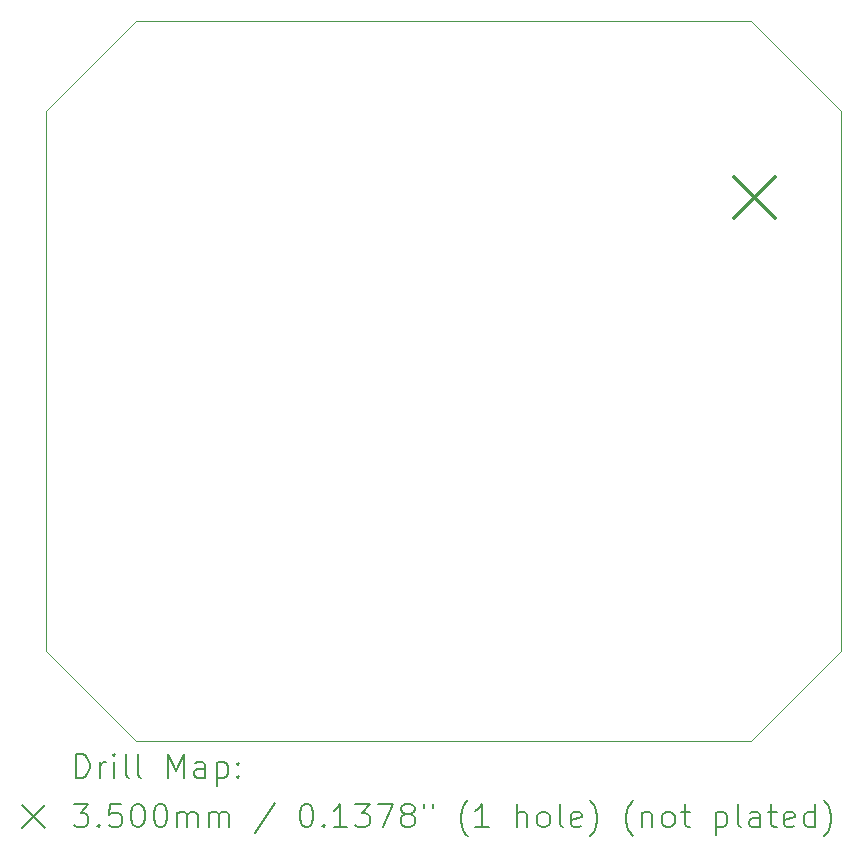
<source format=gbr>
%TF.GenerationSoftware,KiCad,Pcbnew,9.0.6*%
%TF.CreationDate,2026-02-26T15:07:23-08:00*%
%TF.ProjectId,mic_preamp_v1,6d69635f-7072-4656-916d-705f76312e6b,rev?*%
%TF.SameCoordinates,Original*%
%TF.FileFunction,Drillmap*%
%TF.FilePolarity,Positive*%
%FSLAX45Y45*%
G04 Gerber Fmt 4.5, Leading zero omitted, Abs format (unit mm)*
G04 Created by KiCad (PCBNEW 9.0.6) date 2026-02-26 15:07:23*
%MOMM*%
%LPD*%
G01*
G04 APERTURE LIST*
%ADD10C,0.050000*%
%ADD11C,0.200000*%
%ADD12C,0.350000*%
G04 APERTURE END LIST*
D10*
X13004800Y-6604000D02*
X12242800Y-7366000D01*
X18973800Y-8915400D02*
X18973800Y-7366000D01*
X12242800Y-10439400D02*
X12242800Y-11938000D01*
X18211800Y-6604000D02*
X18973800Y-7366000D01*
X18973800Y-10312400D02*
X18973800Y-11938000D01*
X18211800Y-12700000D02*
X13004800Y-12700000D01*
X13004800Y-12700000D02*
X12242800Y-11938000D01*
X13004800Y-6604000D02*
X18211800Y-6604000D01*
X12242800Y-8864600D02*
X12242800Y-7366000D01*
X18211800Y-12699973D02*
X18973800Y-11938000D01*
X12242800Y-8864600D02*
X12242800Y-10439400D01*
X18973800Y-10312400D02*
X18973800Y-8915400D01*
D11*
D12*
X18067400Y-7927600D02*
X18417400Y-8277600D01*
X18417400Y-7927600D02*
X18067400Y-8277600D01*
D11*
X12501077Y-13013984D02*
X12501077Y-12813984D01*
X12501077Y-12813984D02*
X12548696Y-12813984D01*
X12548696Y-12813984D02*
X12577267Y-12823508D01*
X12577267Y-12823508D02*
X12596315Y-12842555D01*
X12596315Y-12842555D02*
X12605839Y-12861603D01*
X12605839Y-12861603D02*
X12615362Y-12899698D01*
X12615362Y-12899698D02*
X12615362Y-12928269D01*
X12615362Y-12928269D02*
X12605839Y-12966365D01*
X12605839Y-12966365D02*
X12596315Y-12985412D01*
X12596315Y-12985412D02*
X12577267Y-13004460D01*
X12577267Y-13004460D02*
X12548696Y-13013984D01*
X12548696Y-13013984D02*
X12501077Y-13013984D01*
X12701077Y-13013984D02*
X12701077Y-12880650D01*
X12701077Y-12918746D02*
X12710601Y-12899698D01*
X12710601Y-12899698D02*
X12720124Y-12890174D01*
X12720124Y-12890174D02*
X12739172Y-12880650D01*
X12739172Y-12880650D02*
X12758220Y-12880650D01*
X12824886Y-13013984D02*
X12824886Y-12880650D01*
X12824886Y-12813984D02*
X12815362Y-12823508D01*
X12815362Y-12823508D02*
X12824886Y-12833031D01*
X12824886Y-12833031D02*
X12834410Y-12823508D01*
X12834410Y-12823508D02*
X12824886Y-12813984D01*
X12824886Y-12813984D02*
X12824886Y-12833031D01*
X12948696Y-13013984D02*
X12929648Y-13004460D01*
X12929648Y-13004460D02*
X12920124Y-12985412D01*
X12920124Y-12985412D02*
X12920124Y-12813984D01*
X13053458Y-13013984D02*
X13034410Y-13004460D01*
X13034410Y-13004460D02*
X13024886Y-12985412D01*
X13024886Y-12985412D02*
X13024886Y-12813984D01*
X13282029Y-13013984D02*
X13282029Y-12813984D01*
X13282029Y-12813984D02*
X13348696Y-12956841D01*
X13348696Y-12956841D02*
X13415362Y-12813984D01*
X13415362Y-12813984D02*
X13415362Y-13013984D01*
X13596315Y-13013984D02*
X13596315Y-12909222D01*
X13596315Y-12909222D02*
X13586791Y-12890174D01*
X13586791Y-12890174D02*
X13567743Y-12880650D01*
X13567743Y-12880650D02*
X13529648Y-12880650D01*
X13529648Y-12880650D02*
X13510601Y-12890174D01*
X13596315Y-13004460D02*
X13577267Y-13013984D01*
X13577267Y-13013984D02*
X13529648Y-13013984D01*
X13529648Y-13013984D02*
X13510601Y-13004460D01*
X13510601Y-13004460D02*
X13501077Y-12985412D01*
X13501077Y-12985412D02*
X13501077Y-12966365D01*
X13501077Y-12966365D02*
X13510601Y-12947317D01*
X13510601Y-12947317D02*
X13529648Y-12937793D01*
X13529648Y-12937793D02*
X13577267Y-12937793D01*
X13577267Y-12937793D02*
X13596315Y-12928269D01*
X13691553Y-12880650D02*
X13691553Y-13080650D01*
X13691553Y-12890174D02*
X13710601Y-12880650D01*
X13710601Y-12880650D02*
X13748696Y-12880650D01*
X13748696Y-12880650D02*
X13767743Y-12890174D01*
X13767743Y-12890174D02*
X13777267Y-12899698D01*
X13777267Y-12899698D02*
X13786791Y-12918746D01*
X13786791Y-12918746D02*
X13786791Y-12975888D01*
X13786791Y-12975888D02*
X13777267Y-12994936D01*
X13777267Y-12994936D02*
X13767743Y-13004460D01*
X13767743Y-13004460D02*
X13748696Y-13013984D01*
X13748696Y-13013984D02*
X13710601Y-13013984D01*
X13710601Y-13013984D02*
X13691553Y-13004460D01*
X13872505Y-12994936D02*
X13882029Y-13004460D01*
X13882029Y-13004460D02*
X13872505Y-13013984D01*
X13872505Y-13013984D02*
X13862982Y-13004460D01*
X13862982Y-13004460D02*
X13872505Y-12994936D01*
X13872505Y-12994936D02*
X13872505Y-13013984D01*
X13872505Y-12890174D02*
X13882029Y-12899698D01*
X13882029Y-12899698D02*
X13872505Y-12909222D01*
X13872505Y-12909222D02*
X13862982Y-12899698D01*
X13862982Y-12899698D02*
X13872505Y-12890174D01*
X13872505Y-12890174D02*
X13872505Y-12909222D01*
X12040300Y-13242500D02*
X12240300Y-13442500D01*
X12240300Y-13242500D02*
X12040300Y-13442500D01*
X12482029Y-13233984D02*
X12605839Y-13233984D01*
X12605839Y-13233984D02*
X12539172Y-13310174D01*
X12539172Y-13310174D02*
X12567743Y-13310174D01*
X12567743Y-13310174D02*
X12586791Y-13319698D01*
X12586791Y-13319698D02*
X12596315Y-13329222D01*
X12596315Y-13329222D02*
X12605839Y-13348269D01*
X12605839Y-13348269D02*
X12605839Y-13395888D01*
X12605839Y-13395888D02*
X12596315Y-13414936D01*
X12596315Y-13414936D02*
X12586791Y-13424460D01*
X12586791Y-13424460D02*
X12567743Y-13433984D01*
X12567743Y-13433984D02*
X12510601Y-13433984D01*
X12510601Y-13433984D02*
X12491553Y-13424460D01*
X12491553Y-13424460D02*
X12482029Y-13414936D01*
X12691553Y-13414936D02*
X12701077Y-13424460D01*
X12701077Y-13424460D02*
X12691553Y-13433984D01*
X12691553Y-13433984D02*
X12682029Y-13424460D01*
X12682029Y-13424460D02*
X12691553Y-13414936D01*
X12691553Y-13414936D02*
X12691553Y-13433984D01*
X12882029Y-13233984D02*
X12786791Y-13233984D01*
X12786791Y-13233984D02*
X12777267Y-13329222D01*
X12777267Y-13329222D02*
X12786791Y-13319698D01*
X12786791Y-13319698D02*
X12805839Y-13310174D01*
X12805839Y-13310174D02*
X12853458Y-13310174D01*
X12853458Y-13310174D02*
X12872505Y-13319698D01*
X12872505Y-13319698D02*
X12882029Y-13329222D01*
X12882029Y-13329222D02*
X12891553Y-13348269D01*
X12891553Y-13348269D02*
X12891553Y-13395888D01*
X12891553Y-13395888D02*
X12882029Y-13414936D01*
X12882029Y-13414936D02*
X12872505Y-13424460D01*
X12872505Y-13424460D02*
X12853458Y-13433984D01*
X12853458Y-13433984D02*
X12805839Y-13433984D01*
X12805839Y-13433984D02*
X12786791Y-13424460D01*
X12786791Y-13424460D02*
X12777267Y-13414936D01*
X13015362Y-13233984D02*
X13034410Y-13233984D01*
X13034410Y-13233984D02*
X13053458Y-13243508D01*
X13053458Y-13243508D02*
X13062982Y-13253031D01*
X13062982Y-13253031D02*
X13072505Y-13272079D01*
X13072505Y-13272079D02*
X13082029Y-13310174D01*
X13082029Y-13310174D02*
X13082029Y-13357793D01*
X13082029Y-13357793D02*
X13072505Y-13395888D01*
X13072505Y-13395888D02*
X13062982Y-13414936D01*
X13062982Y-13414936D02*
X13053458Y-13424460D01*
X13053458Y-13424460D02*
X13034410Y-13433984D01*
X13034410Y-13433984D02*
X13015362Y-13433984D01*
X13015362Y-13433984D02*
X12996315Y-13424460D01*
X12996315Y-13424460D02*
X12986791Y-13414936D01*
X12986791Y-13414936D02*
X12977267Y-13395888D01*
X12977267Y-13395888D02*
X12967743Y-13357793D01*
X12967743Y-13357793D02*
X12967743Y-13310174D01*
X12967743Y-13310174D02*
X12977267Y-13272079D01*
X12977267Y-13272079D02*
X12986791Y-13253031D01*
X12986791Y-13253031D02*
X12996315Y-13243508D01*
X12996315Y-13243508D02*
X13015362Y-13233984D01*
X13205839Y-13233984D02*
X13224886Y-13233984D01*
X13224886Y-13233984D02*
X13243934Y-13243508D01*
X13243934Y-13243508D02*
X13253458Y-13253031D01*
X13253458Y-13253031D02*
X13262982Y-13272079D01*
X13262982Y-13272079D02*
X13272505Y-13310174D01*
X13272505Y-13310174D02*
X13272505Y-13357793D01*
X13272505Y-13357793D02*
X13262982Y-13395888D01*
X13262982Y-13395888D02*
X13253458Y-13414936D01*
X13253458Y-13414936D02*
X13243934Y-13424460D01*
X13243934Y-13424460D02*
X13224886Y-13433984D01*
X13224886Y-13433984D02*
X13205839Y-13433984D01*
X13205839Y-13433984D02*
X13186791Y-13424460D01*
X13186791Y-13424460D02*
X13177267Y-13414936D01*
X13177267Y-13414936D02*
X13167743Y-13395888D01*
X13167743Y-13395888D02*
X13158220Y-13357793D01*
X13158220Y-13357793D02*
X13158220Y-13310174D01*
X13158220Y-13310174D02*
X13167743Y-13272079D01*
X13167743Y-13272079D02*
X13177267Y-13253031D01*
X13177267Y-13253031D02*
X13186791Y-13243508D01*
X13186791Y-13243508D02*
X13205839Y-13233984D01*
X13358220Y-13433984D02*
X13358220Y-13300650D01*
X13358220Y-13319698D02*
X13367743Y-13310174D01*
X13367743Y-13310174D02*
X13386791Y-13300650D01*
X13386791Y-13300650D02*
X13415363Y-13300650D01*
X13415363Y-13300650D02*
X13434410Y-13310174D01*
X13434410Y-13310174D02*
X13443934Y-13329222D01*
X13443934Y-13329222D02*
X13443934Y-13433984D01*
X13443934Y-13329222D02*
X13453458Y-13310174D01*
X13453458Y-13310174D02*
X13472505Y-13300650D01*
X13472505Y-13300650D02*
X13501077Y-13300650D01*
X13501077Y-13300650D02*
X13520124Y-13310174D01*
X13520124Y-13310174D02*
X13529648Y-13329222D01*
X13529648Y-13329222D02*
X13529648Y-13433984D01*
X13624886Y-13433984D02*
X13624886Y-13300650D01*
X13624886Y-13319698D02*
X13634410Y-13310174D01*
X13634410Y-13310174D02*
X13653458Y-13300650D01*
X13653458Y-13300650D02*
X13682029Y-13300650D01*
X13682029Y-13300650D02*
X13701077Y-13310174D01*
X13701077Y-13310174D02*
X13710601Y-13329222D01*
X13710601Y-13329222D02*
X13710601Y-13433984D01*
X13710601Y-13329222D02*
X13720124Y-13310174D01*
X13720124Y-13310174D02*
X13739172Y-13300650D01*
X13739172Y-13300650D02*
X13767743Y-13300650D01*
X13767743Y-13300650D02*
X13786791Y-13310174D01*
X13786791Y-13310174D02*
X13796315Y-13329222D01*
X13796315Y-13329222D02*
X13796315Y-13433984D01*
X14186791Y-13224460D02*
X14015363Y-13481603D01*
X14443934Y-13233984D02*
X14462982Y-13233984D01*
X14462982Y-13233984D02*
X14482029Y-13243508D01*
X14482029Y-13243508D02*
X14491553Y-13253031D01*
X14491553Y-13253031D02*
X14501077Y-13272079D01*
X14501077Y-13272079D02*
X14510601Y-13310174D01*
X14510601Y-13310174D02*
X14510601Y-13357793D01*
X14510601Y-13357793D02*
X14501077Y-13395888D01*
X14501077Y-13395888D02*
X14491553Y-13414936D01*
X14491553Y-13414936D02*
X14482029Y-13424460D01*
X14482029Y-13424460D02*
X14462982Y-13433984D01*
X14462982Y-13433984D02*
X14443934Y-13433984D01*
X14443934Y-13433984D02*
X14424886Y-13424460D01*
X14424886Y-13424460D02*
X14415363Y-13414936D01*
X14415363Y-13414936D02*
X14405839Y-13395888D01*
X14405839Y-13395888D02*
X14396315Y-13357793D01*
X14396315Y-13357793D02*
X14396315Y-13310174D01*
X14396315Y-13310174D02*
X14405839Y-13272079D01*
X14405839Y-13272079D02*
X14415363Y-13253031D01*
X14415363Y-13253031D02*
X14424886Y-13243508D01*
X14424886Y-13243508D02*
X14443934Y-13233984D01*
X14596315Y-13414936D02*
X14605839Y-13424460D01*
X14605839Y-13424460D02*
X14596315Y-13433984D01*
X14596315Y-13433984D02*
X14586791Y-13424460D01*
X14586791Y-13424460D02*
X14596315Y-13414936D01*
X14596315Y-13414936D02*
X14596315Y-13433984D01*
X14796315Y-13433984D02*
X14682029Y-13433984D01*
X14739172Y-13433984D02*
X14739172Y-13233984D01*
X14739172Y-13233984D02*
X14720125Y-13262555D01*
X14720125Y-13262555D02*
X14701077Y-13281603D01*
X14701077Y-13281603D02*
X14682029Y-13291127D01*
X14862982Y-13233984D02*
X14986791Y-13233984D01*
X14986791Y-13233984D02*
X14920125Y-13310174D01*
X14920125Y-13310174D02*
X14948696Y-13310174D01*
X14948696Y-13310174D02*
X14967744Y-13319698D01*
X14967744Y-13319698D02*
X14977267Y-13329222D01*
X14977267Y-13329222D02*
X14986791Y-13348269D01*
X14986791Y-13348269D02*
X14986791Y-13395888D01*
X14986791Y-13395888D02*
X14977267Y-13414936D01*
X14977267Y-13414936D02*
X14967744Y-13424460D01*
X14967744Y-13424460D02*
X14948696Y-13433984D01*
X14948696Y-13433984D02*
X14891553Y-13433984D01*
X14891553Y-13433984D02*
X14872506Y-13424460D01*
X14872506Y-13424460D02*
X14862982Y-13414936D01*
X15053458Y-13233984D02*
X15186791Y-13233984D01*
X15186791Y-13233984D02*
X15101077Y-13433984D01*
X15291553Y-13319698D02*
X15272506Y-13310174D01*
X15272506Y-13310174D02*
X15262982Y-13300650D01*
X15262982Y-13300650D02*
X15253458Y-13281603D01*
X15253458Y-13281603D02*
X15253458Y-13272079D01*
X15253458Y-13272079D02*
X15262982Y-13253031D01*
X15262982Y-13253031D02*
X15272506Y-13243508D01*
X15272506Y-13243508D02*
X15291553Y-13233984D01*
X15291553Y-13233984D02*
X15329648Y-13233984D01*
X15329648Y-13233984D02*
X15348696Y-13243508D01*
X15348696Y-13243508D02*
X15358220Y-13253031D01*
X15358220Y-13253031D02*
X15367744Y-13272079D01*
X15367744Y-13272079D02*
X15367744Y-13281603D01*
X15367744Y-13281603D02*
X15358220Y-13300650D01*
X15358220Y-13300650D02*
X15348696Y-13310174D01*
X15348696Y-13310174D02*
X15329648Y-13319698D01*
X15329648Y-13319698D02*
X15291553Y-13319698D01*
X15291553Y-13319698D02*
X15272506Y-13329222D01*
X15272506Y-13329222D02*
X15262982Y-13338746D01*
X15262982Y-13338746D02*
X15253458Y-13357793D01*
X15253458Y-13357793D02*
X15253458Y-13395888D01*
X15253458Y-13395888D02*
X15262982Y-13414936D01*
X15262982Y-13414936D02*
X15272506Y-13424460D01*
X15272506Y-13424460D02*
X15291553Y-13433984D01*
X15291553Y-13433984D02*
X15329648Y-13433984D01*
X15329648Y-13433984D02*
X15348696Y-13424460D01*
X15348696Y-13424460D02*
X15358220Y-13414936D01*
X15358220Y-13414936D02*
X15367744Y-13395888D01*
X15367744Y-13395888D02*
X15367744Y-13357793D01*
X15367744Y-13357793D02*
X15358220Y-13338746D01*
X15358220Y-13338746D02*
X15348696Y-13329222D01*
X15348696Y-13329222D02*
X15329648Y-13319698D01*
X15443934Y-13233984D02*
X15443934Y-13272079D01*
X15520125Y-13233984D02*
X15520125Y-13272079D01*
X15815363Y-13510174D02*
X15805839Y-13500650D01*
X15805839Y-13500650D02*
X15786791Y-13472079D01*
X15786791Y-13472079D02*
X15777268Y-13453031D01*
X15777268Y-13453031D02*
X15767744Y-13424460D01*
X15767744Y-13424460D02*
X15758220Y-13376841D01*
X15758220Y-13376841D02*
X15758220Y-13338746D01*
X15758220Y-13338746D02*
X15767744Y-13291127D01*
X15767744Y-13291127D02*
X15777268Y-13262555D01*
X15777268Y-13262555D02*
X15786791Y-13243508D01*
X15786791Y-13243508D02*
X15805839Y-13214936D01*
X15805839Y-13214936D02*
X15815363Y-13205412D01*
X15996315Y-13433984D02*
X15882029Y-13433984D01*
X15939172Y-13433984D02*
X15939172Y-13233984D01*
X15939172Y-13233984D02*
X15920125Y-13262555D01*
X15920125Y-13262555D02*
X15901077Y-13281603D01*
X15901077Y-13281603D02*
X15882029Y-13291127D01*
X16234410Y-13433984D02*
X16234410Y-13233984D01*
X16320125Y-13433984D02*
X16320125Y-13329222D01*
X16320125Y-13329222D02*
X16310601Y-13310174D01*
X16310601Y-13310174D02*
X16291553Y-13300650D01*
X16291553Y-13300650D02*
X16262982Y-13300650D01*
X16262982Y-13300650D02*
X16243934Y-13310174D01*
X16243934Y-13310174D02*
X16234410Y-13319698D01*
X16443934Y-13433984D02*
X16424887Y-13424460D01*
X16424887Y-13424460D02*
X16415363Y-13414936D01*
X16415363Y-13414936D02*
X16405839Y-13395888D01*
X16405839Y-13395888D02*
X16405839Y-13338746D01*
X16405839Y-13338746D02*
X16415363Y-13319698D01*
X16415363Y-13319698D02*
X16424887Y-13310174D01*
X16424887Y-13310174D02*
X16443934Y-13300650D01*
X16443934Y-13300650D02*
X16472506Y-13300650D01*
X16472506Y-13300650D02*
X16491553Y-13310174D01*
X16491553Y-13310174D02*
X16501077Y-13319698D01*
X16501077Y-13319698D02*
X16510601Y-13338746D01*
X16510601Y-13338746D02*
X16510601Y-13395888D01*
X16510601Y-13395888D02*
X16501077Y-13414936D01*
X16501077Y-13414936D02*
X16491553Y-13424460D01*
X16491553Y-13424460D02*
X16472506Y-13433984D01*
X16472506Y-13433984D02*
X16443934Y-13433984D01*
X16624887Y-13433984D02*
X16605839Y-13424460D01*
X16605839Y-13424460D02*
X16596315Y-13405412D01*
X16596315Y-13405412D02*
X16596315Y-13233984D01*
X16777268Y-13424460D02*
X16758220Y-13433984D01*
X16758220Y-13433984D02*
X16720125Y-13433984D01*
X16720125Y-13433984D02*
X16701077Y-13424460D01*
X16701077Y-13424460D02*
X16691553Y-13405412D01*
X16691553Y-13405412D02*
X16691553Y-13329222D01*
X16691553Y-13329222D02*
X16701077Y-13310174D01*
X16701077Y-13310174D02*
X16720125Y-13300650D01*
X16720125Y-13300650D02*
X16758220Y-13300650D01*
X16758220Y-13300650D02*
X16777268Y-13310174D01*
X16777268Y-13310174D02*
X16786792Y-13329222D01*
X16786792Y-13329222D02*
X16786792Y-13348269D01*
X16786792Y-13348269D02*
X16691553Y-13367317D01*
X16853458Y-13510174D02*
X16862982Y-13500650D01*
X16862982Y-13500650D02*
X16882030Y-13472079D01*
X16882030Y-13472079D02*
X16891553Y-13453031D01*
X16891553Y-13453031D02*
X16901077Y-13424460D01*
X16901077Y-13424460D02*
X16910601Y-13376841D01*
X16910601Y-13376841D02*
X16910601Y-13338746D01*
X16910601Y-13338746D02*
X16901077Y-13291127D01*
X16901077Y-13291127D02*
X16891553Y-13262555D01*
X16891553Y-13262555D02*
X16882030Y-13243508D01*
X16882030Y-13243508D02*
X16862982Y-13214936D01*
X16862982Y-13214936D02*
X16853458Y-13205412D01*
X17215363Y-13510174D02*
X17205839Y-13500650D01*
X17205839Y-13500650D02*
X17186792Y-13472079D01*
X17186792Y-13472079D02*
X17177268Y-13453031D01*
X17177268Y-13453031D02*
X17167744Y-13424460D01*
X17167744Y-13424460D02*
X17158220Y-13376841D01*
X17158220Y-13376841D02*
X17158220Y-13338746D01*
X17158220Y-13338746D02*
X17167744Y-13291127D01*
X17167744Y-13291127D02*
X17177268Y-13262555D01*
X17177268Y-13262555D02*
X17186792Y-13243508D01*
X17186792Y-13243508D02*
X17205839Y-13214936D01*
X17205839Y-13214936D02*
X17215363Y-13205412D01*
X17291553Y-13300650D02*
X17291553Y-13433984D01*
X17291553Y-13319698D02*
X17301077Y-13310174D01*
X17301077Y-13310174D02*
X17320125Y-13300650D01*
X17320125Y-13300650D02*
X17348696Y-13300650D01*
X17348696Y-13300650D02*
X17367744Y-13310174D01*
X17367744Y-13310174D02*
X17377268Y-13329222D01*
X17377268Y-13329222D02*
X17377268Y-13433984D01*
X17501077Y-13433984D02*
X17482030Y-13424460D01*
X17482030Y-13424460D02*
X17472506Y-13414936D01*
X17472506Y-13414936D02*
X17462982Y-13395888D01*
X17462982Y-13395888D02*
X17462982Y-13338746D01*
X17462982Y-13338746D02*
X17472506Y-13319698D01*
X17472506Y-13319698D02*
X17482030Y-13310174D01*
X17482030Y-13310174D02*
X17501077Y-13300650D01*
X17501077Y-13300650D02*
X17529649Y-13300650D01*
X17529649Y-13300650D02*
X17548696Y-13310174D01*
X17548696Y-13310174D02*
X17558220Y-13319698D01*
X17558220Y-13319698D02*
X17567744Y-13338746D01*
X17567744Y-13338746D02*
X17567744Y-13395888D01*
X17567744Y-13395888D02*
X17558220Y-13414936D01*
X17558220Y-13414936D02*
X17548696Y-13424460D01*
X17548696Y-13424460D02*
X17529649Y-13433984D01*
X17529649Y-13433984D02*
X17501077Y-13433984D01*
X17624887Y-13300650D02*
X17701077Y-13300650D01*
X17653458Y-13233984D02*
X17653458Y-13405412D01*
X17653458Y-13405412D02*
X17662982Y-13424460D01*
X17662982Y-13424460D02*
X17682030Y-13433984D01*
X17682030Y-13433984D02*
X17701077Y-13433984D01*
X17920125Y-13300650D02*
X17920125Y-13500650D01*
X17920125Y-13310174D02*
X17939173Y-13300650D01*
X17939173Y-13300650D02*
X17977268Y-13300650D01*
X17977268Y-13300650D02*
X17996315Y-13310174D01*
X17996315Y-13310174D02*
X18005839Y-13319698D01*
X18005839Y-13319698D02*
X18015363Y-13338746D01*
X18015363Y-13338746D02*
X18015363Y-13395888D01*
X18015363Y-13395888D02*
X18005839Y-13414936D01*
X18005839Y-13414936D02*
X17996315Y-13424460D01*
X17996315Y-13424460D02*
X17977268Y-13433984D01*
X17977268Y-13433984D02*
X17939173Y-13433984D01*
X17939173Y-13433984D02*
X17920125Y-13424460D01*
X18129649Y-13433984D02*
X18110601Y-13424460D01*
X18110601Y-13424460D02*
X18101077Y-13405412D01*
X18101077Y-13405412D02*
X18101077Y-13233984D01*
X18291554Y-13433984D02*
X18291554Y-13329222D01*
X18291554Y-13329222D02*
X18282030Y-13310174D01*
X18282030Y-13310174D02*
X18262982Y-13300650D01*
X18262982Y-13300650D02*
X18224887Y-13300650D01*
X18224887Y-13300650D02*
X18205839Y-13310174D01*
X18291554Y-13424460D02*
X18272506Y-13433984D01*
X18272506Y-13433984D02*
X18224887Y-13433984D01*
X18224887Y-13433984D02*
X18205839Y-13424460D01*
X18205839Y-13424460D02*
X18196315Y-13405412D01*
X18196315Y-13405412D02*
X18196315Y-13386365D01*
X18196315Y-13386365D02*
X18205839Y-13367317D01*
X18205839Y-13367317D02*
X18224887Y-13357793D01*
X18224887Y-13357793D02*
X18272506Y-13357793D01*
X18272506Y-13357793D02*
X18291554Y-13348269D01*
X18358220Y-13300650D02*
X18434411Y-13300650D01*
X18386792Y-13233984D02*
X18386792Y-13405412D01*
X18386792Y-13405412D02*
X18396315Y-13424460D01*
X18396315Y-13424460D02*
X18415363Y-13433984D01*
X18415363Y-13433984D02*
X18434411Y-13433984D01*
X18577268Y-13424460D02*
X18558220Y-13433984D01*
X18558220Y-13433984D02*
X18520125Y-13433984D01*
X18520125Y-13433984D02*
X18501077Y-13424460D01*
X18501077Y-13424460D02*
X18491554Y-13405412D01*
X18491554Y-13405412D02*
X18491554Y-13329222D01*
X18491554Y-13329222D02*
X18501077Y-13310174D01*
X18501077Y-13310174D02*
X18520125Y-13300650D01*
X18520125Y-13300650D02*
X18558220Y-13300650D01*
X18558220Y-13300650D02*
X18577268Y-13310174D01*
X18577268Y-13310174D02*
X18586792Y-13329222D01*
X18586792Y-13329222D02*
X18586792Y-13348269D01*
X18586792Y-13348269D02*
X18491554Y-13367317D01*
X18758220Y-13433984D02*
X18758220Y-13233984D01*
X18758220Y-13424460D02*
X18739173Y-13433984D01*
X18739173Y-13433984D02*
X18701077Y-13433984D01*
X18701077Y-13433984D02*
X18682030Y-13424460D01*
X18682030Y-13424460D02*
X18672506Y-13414936D01*
X18672506Y-13414936D02*
X18662982Y-13395888D01*
X18662982Y-13395888D02*
X18662982Y-13338746D01*
X18662982Y-13338746D02*
X18672506Y-13319698D01*
X18672506Y-13319698D02*
X18682030Y-13310174D01*
X18682030Y-13310174D02*
X18701077Y-13300650D01*
X18701077Y-13300650D02*
X18739173Y-13300650D01*
X18739173Y-13300650D02*
X18758220Y-13310174D01*
X18834411Y-13510174D02*
X18843935Y-13500650D01*
X18843935Y-13500650D02*
X18862982Y-13472079D01*
X18862982Y-13472079D02*
X18872506Y-13453031D01*
X18872506Y-13453031D02*
X18882030Y-13424460D01*
X18882030Y-13424460D02*
X18891554Y-13376841D01*
X18891554Y-13376841D02*
X18891554Y-13338746D01*
X18891554Y-13338746D02*
X18882030Y-13291127D01*
X18882030Y-13291127D02*
X18872506Y-13262555D01*
X18872506Y-13262555D02*
X18862982Y-13243508D01*
X18862982Y-13243508D02*
X18843935Y-13214936D01*
X18843935Y-13214936D02*
X18834411Y-13205412D01*
M02*

</source>
